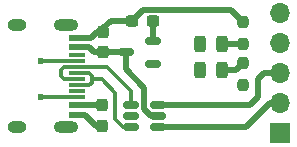
<source format=gbr>
%TF.GenerationSoftware,KiCad,Pcbnew,8.0.8*%
%TF.CreationDate,2025-06-15T19:23:17+08:00*%
%TF.ProjectId,USB_C_Connector,5553425f-435f-4436-9f6e-6e6563746f72,rev?*%
%TF.SameCoordinates,Original*%
%TF.FileFunction,Copper,L1,Top*%
%TF.FilePolarity,Positive*%
%FSLAX46Y46*%
G04 Gerber Fmt 4.6, Leading zero omitted, Abs format (unit mm)*
G04 Created by KiCad (PCBNEW 8.0.8) date 2025-06-15 19:23:17*
%MOMM*%
%LPD*%
G01*
G04 APERTURE LIST*
G04 Aperture macros list*
%AMRoundRect*
0 Rectangle with rounded corners*
0 $1 Rounding radius*
0 $2 $3 $4 $5 $6 $7 $8 $9 X,Y pos of 4 corners*
0 Add a 4 corners polygon primitive as box body*
4,1,4,$2,$3,$4,$5,$6,$7,$8,$9,$2,$3,0*
0 Add four circle primitives for the rounded corners*
1,1,$1+$1,$2,$3*
1,1,$1+$1,$4,$5*
1,1,$1+$1,$6,$7*
1,1,$1+$1,$8,$9*
0 Add four rect primitives between the rounded corners*
20,1,$1+$1,$2,$3,$4,$5,0*
20,1,$1+$1,$4,$5,$6,$7,0*
20,1,$1+$1,$6,$7,$8,$9,0*
20,1,$1+$1,$8,$9,$2,$3,0*%
G04 Aperture macros list end*
%TA.AperFunction,SMDPad,CuDef*%
%ADD10RoundRect,0.237500X0.237500X-0.300000X0.237500X0.300000X-0.237500X0.300000X-0.237500X-0.300000X0*%
%TD*%
%TA.AperFunction,SMDPad,CuDef*%
%ADD11RoundRect,0.237500X0.237500X-0.250000X0.237500X0.250000X-0.237500X0.250000X-0.237500X-0.250000X0*%
%TD*%
%TA.AperFunction,ComponentPad*%
%ADD12R,1.700000X1.700000*%
%TD*%
%TA.AperFunction,ComponentPad*%
%ADD13O,1.700000X1.700000*%
%TD*%
%TA.AperFunction,SMDPad,CuDef*%
%ADD14RoundRect,0.150000X0.512500X0.150000X-0.512500X0.150000X-0.512500X-0.150000X0.512500X-0.150000X0*%
%TD*%
%TA.AperFunction,SMDPad,CuDef*%
%ADD15RoundRect,0.150000X-0.512500X-0.150000X0.512500X-0.150000X0.512500X0.150000X-0.512500X0.150000X0*%
%TD*%
%TA.AperFunction,SMDPad,CuDef*%
%ADD16RoundRect,0.243750X0.243750X0.456250X-0.243750X0.456250X-0.243750X-0.456250X0.243750X-0.456250X0*%
%TD*%
%TA.AperFunction,SMDPad,CuDef*%
%ADD17RoundRect,0.237500X-0.237500X0.300000X-0.237500X-0.300000X0.237500X-0.300000X0.237500X0.300000X0*%
%TD*%
%TA.AperFunction,SMDPad,CuDef*%
%ADD18RoundRect,0.237500X-0.237500X0.250000X-0.237500X-0.250000X0.237500X-0.250000X0.237500X0.250000X0*%
%TD*%
%TA.AperFunction,SMDPad,CuDef*%
%ADD19R,1.450000X0.600000*%
%TD*%
%TA.AperFunction,SMDPad,CuDef*%
%ADD20R,1.450000X0.300000*%
%TD*%
%TA.AperFunction,HeatsinkPad*%
%ADD21O,2.100000X1.000000*%
%TD*%
%TA.AperFunction,HeatsinkPad*%
%ADD22O,1.600000X1.000000*%
%TD*%
%TA.AperFunction,SMDPad,CuDef*%
%ADD23RoundRect,0.237500X0.300000X0.237500X-0.300000X0.237500X-0.300000X-0.237500X0.300000X-0.237500X0*%
%TD*%
%TA.AperFunction,ViaPad*%
%ADD24C,0.600000*%
%TD*%
%TA.AperFunction,Conductor*%
%ADD25C,0.500000*%
%TD*%
%TA.AperFunction,Conductor*%
%ADD26C,0.300000*%
%TD*%
G04 APERTURE END LIST*
D10*
%TO.P,C1,1*%
%TO.N,+5V*%
X43815000Y-49122500D03*
%TO.P,C1,2*%
%TO.N,GND*%
X43815000Y-47397500D03*
%TD*%
D11*
%TO.P,R3,1*%
%TO.N,Net-(D1-K)*%
X55651400Y-48434000D03*
%TO.P,R3,2*%
%TO.N,GND*%
X55651400Y-46609000D03*
%TD*%
D12*
%TO.P,J2,1,Pin_1*%
%TO.N,GND*%
X58801000Y-56007000D03*
D13*
%TO.P,J2,2,Pin_2*%
%TO.N,D+*%
X58801000Y-53467000D03*
%TO.P,J2,3,Pin_3*%
%TO.N,D-*%
X58801000Y-50927000D03*
%TO.P,J2,4,Pin_4*%
%TO.N,Net-(D2-A)*%
X58801000Y-48387000D03*
%TO.P,J2,5,Pin_5*%
%TO.N,Net-(D1-A)*%
X58801000Y-45847000D03*
%TD*%
D14*
%TO.P,U2,1,GND*%
%TO.N,GND*%
X48000500Y-50087700D03*
%TO.P,U2,2,VO*%
%TO.N,+3.3V*%
X48000500Y-48187700D03*
%TO.P,U2,3,VI*%
%TO.N,+5V*%
X45725500Y-49137700D03*
%TD*%
D15*
%TO.P,U1,1,I/O1*%
%TO.N,Net-(J1-D--PadA7)*%
X46177200Y-53583800D03*
%TO.P,U1,2,GND*%
%TO.N,GND*%
X46177200Y-54533800D03*
%TO.P,U1,3,I/O2*%
%TO.N,Net-(J1-D+-PadA6)*%
X46177200Y-55483800D03*
%TO.P,U1,4,I/O2*%
%TO.N,D+*%
X48452200Y-55483800D03*
%TO.P,U1,5,VBUS*%
%TO.N,+5V*%
X48452200Y-54533800D03*
%TO.P,U1,6,I/O1*%
%TO.N,D-*%
X48452200Y-53583800D03*
%TD*%
D16*
%TO.P,D2,1,K*%
%TO.N,Net-(D2-K)*%
X53871100Y-50620300D03*
%TO.P,D2,2,A*%
%TO.N,Net-(D2-A)*%
X51996100Y-50620300D03*
%TD*%
%TO.P,D1,1,K*%
%TO.N,Net-(D1-K)*%
X53871100Y-48435900D03*
%TO.P,D1,2,A*%
%TO.N,Net-(D1-A)*%
X51996100Y-48435900D03*
%TD*%
D17*
%TO.P,C3,1*%
%TO.N,+5V*%
X43662600Y-53620500D03*
%TO.P,C3,2*%
%TO.N,GND*%
X43662600Y-55345500D03*
%TD*%
D18*
%TO.P,R4,1*%
%TO.N,Net-(D2-K)*%
X55626000Y-50039900D03*
%TO.P,R4,2*%
%TO.N,GND*%
X55626000Y-51864900D03*
%TD*%
D19*
%TO.P,J1,A1,GND*%
%TO.N,GND*%
X41560800Y-47905600D03*
%TO.P,J1,A4,VBUS*%
%TO.N,+5V*%
X41560800Y-48705600D03*
D20*
%TO.P,J1,A5,CC1*%
%TO.N,Net-(J1-CC1)*%
X41560800Y-49905600D03*
%TO.P,J1,A6,D+*%
%TO.N,Net-(J1-D+-PadA6)*%
X41560800Y-50905600D03*
%TO.P,J1,A7,D-*%
%TO.N,Net-(J1-D--PadA7)*%
X41560800Y-51405600D03*
%TO.P,J1,A8,SBU1*%
%TO.N,unconnected-(J1-SBU1-PadA8)*%
X41560800Y-52405600D03*
D19*
%TO.P,J1,A9,VBUS*%
%TO.N,+5V*%
X41560800Y-53605600D03*
%TO.P,J1,A12,GND*%
%TO.N,GND*%
X41560800Y-54405600D03*
%TO.P,J1,B1,GND*%
X41560800Y-54405600D03*
%TO.P,J1,B4,VBUS*%
%TO.N,+5V*%
X41560800Y-53605600D03*
D20*
%TO.P,J1,B5,CC2*%
%TO.N,Net-(J1-CC2)*%
X41560800Y-52905600D03*
%TO.P,J1,B6,D+*%
%TO.N,Net-(J1-D+-PadA6)*%
X41560800Y-51905600D03*
%TO.P,J1,B7,D-*%
%TO.N,Net-(J1-D--PadA7)*%
X41560800Y-50405600D03*
%TO.P,J1,B8,SBU2*%
%TO.N,unconnected-(J1-SBU2-PadB8)*%
X41560800Y-49405600D03*
D19*
%TO.P,J1,B9,VBUS*%
%TO.N,+5V*%
X41560800Y-48705600D03*
%TO.P,J1,B12,GND*%
%TO.N,GND*%
X41560800Y-47905600D03*
D21*
%TO.P,J1,S1,SHIELD*%
X40645800Y-46835600D03*
D22*
X36465800Y-46835600D03*
D21*
X40645800Y-55475600D03*
D22*
X36465800Y-55475600D03*
%TD*%
D23*
%TO.P,C2,1*%
%TO.N,+3.3V*%
X48004900Y-46507400D03*
%TO.P,C2,2*%
%TO.N,GND*%
X46279900Y-46507400D03*
%TD*%
D24*
%TO.N,GND*%
X43662600Y-55345500D03*
X48000500Y-50087700D03*
X41560800Y-47905600D03*
X41560800Y-54405600D03*
X55626000Y-51841400D03*
X46177200Y-54533800D03*
%TO.N,+5V*%
X45725500Y-49137700D03*
X41560800Y-48705600D03*
X41560800Y-53605600D03*
%TO.N,+3.3V*%
X48004900Y-46507400D03*
%TO.N,Net-(J1-CC1)*%
X38557200Y-49911000D03*
%TO.N,Net-(J1-CC2)*%
X38555300Y-52908200D03*
%TO.N,Net-(D1-A)*%
X51996100Y-48435900D03*
%TO.N,Net-(D2-A)*%
X51996100Y-50620300D03*
%TD*%
D25*
%TO.N,GND*%
X43815000Y-47397500D02*
X43815000Y-47117000D01*
X43815000Y-47117000D02*
X44424600Y-46507400D01*
X43815000Y-47397500D02*
X43305900Y-47397500D01*
X42289800Y-54405600D02*
X41560800Y-54405600D01*
X44424600Y-46507400D02*
X46279900Y-46507400D01*
X43662600Y-55345500D02*
X43229700Y-55345500D01*
X43305900Y-47397500D02*
X42797800Y-47905600D01*
X54624800Y-45582400D02*
X47204900Y-45582400D01*
X42797800Y-47905600D02*
X41560800Y-47905600D01*
X55651400Y-46609000D02*
X54624800Y-45582400D01*
X43229700Y-55345500D02*
X42289800Y-54405600D01*
X55626000Y-51864900D02*
X55626000Y-51841400D01*
X47204900Y-45582400D02*
X46279900Y-46507400D01*
%TO.N,+5V*%
X41575700Y-53620500D02*
X41560800Y-53605600D01*
X47887016Y-54533800D02*
X47294800Y-53941584D01*
X47294800Y-52146200D02*
X45725500Y-50576900D01*
X42635000Y-48705600D02*
X41560800Y-48705600D01*
X43051900Y-49122500D02*
X42635000Y-48705600D01*
X43815000Y-49122500D02*
X43051900Y-49122500D01*
X43815000Y-49122500D02*
X45710300Y-49122500D01*
X45710300Y-49122500D02*
X45725500Y-49137700D01*
X48452200Y-54533800D02*
X47887016Y-54533800D01*
X43662600Y-53620500D02*
X41575700Y-53620500D01*
X45725500Y-50576900D02*
X45725500Y-49137700D01*
X47294800Y-53941584D02*
X47294800Y-52146200D01*
%TO.N,+3.3V*%
X48004900Y-46507400D02*
X48004900Y-48183300D01*
X48004900Y-48183300D02*
X48000500Y-48187700D01*
%TO.N,Net-(D1-K)*%
X53871100Y-48435900D02*
X55649500Y-48435900D01*
X55649500Y-48435900D02*
X55651400Y-48434000D01*
%TO.N,Net-(D2-K)*%
X55045600Y-50620300D02*
X55626000Y-50039900D01*
X53871100Y-50620300D02*
X55045600Y-50620300D01*
D26*
%TO.N,Net-(J1-D+-PadA6)*%
X43688000Y-51435000D02*
X42824400Y-51435000D01*
X41560800Y-50905600D02*
X42585800Y-50905600D01*
X44805600Y-54774699D02*
X44805600Y-52552600D01*
X42585800Y-50905600D02*
X42824400Y-51144200D01*
X45514701Y-55483800D02*
X44805600Y-54774699D01*
X46177200Y-55483800D02*
X45514701Y-55483800D01*
X42824400Y-51717000D02*
X42635800Y-51905600D01*
X42824400Y-51435000D02*
X42824400Y-51717000D01*
X42824400Y-51144200D02*
X42824400Y-51435000D01*
X44805600Y-52552600D02*
X43688000Y-51435000D01*
X42635800Y-51905600D02*
X41560800Y-51905600D01*
%TO.N,Net-(J1-CC1)*%
X38562600Y-49905600D02*
X38557200Y-49911000D01*
X41560800Y-49905600D02*
X38562600Y-49905600D01*
%TO.N,Net-(J1-D--PadA7)*%
X46177200Y-52451000D02*
X46177200Y-53583800D01*
X40485800Y-50405600D02*
X40233600Y-50657800D01*
X40458200Y-51405600D02*
X41560800Y-51405600D01*
X40233600Y-50657800D02*
X40233600Y-51181000D01*
X44131800Y-50405600D02*
X46177200Y-52451000D01*
X40233600Y-51181000D02*
X40458200Y-51405600D01*
X41560800Y-50405600D02*
X40485800Y-50405600D01*
X41560800Y-50405600D02*
X44131800Y-50405600D01*
%TO.N,Net-(J1-CC2)*%
X41560800Y-52905600D02*
X38557900Y-52905600D01*
X38557900Y-52905600D02*
X38555300Y-52908200D01*
D25*
%TO.N,D-*%
X56896000Y-52933600D02*
X56896000Y-51409600D01*
X48452200Y-53583800D02*
X56245800Y-53583800D01*
X57378600Y-50927000D02*
X58801000Y-50927000D01*
X56896000Y-51409600D02*
X57378600Y-50927000D01*
X56245800Y-53583800D02*
X56896000Y-52933600D01*
%TO.N,D+*%
X55895200Y-55483800D02*
X57912000Y-53467000D01*
X48452200Y-55483800D02*
X55895200Y-55483800D01*
X57912000Y-53467000D02*
X58801000Y-53467000D01*
%TD*%
M02*

</source>
